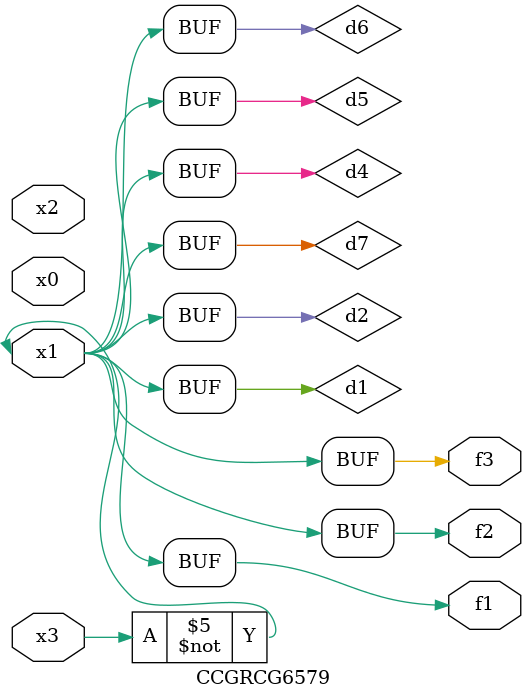
<source format=v>
module CCGRCG6579(
	input x0, x1, x2, x3,
	output f1, f2, f3
);

	wire d1, d2, d3, d4, d5, d6, d7;

	not (d1, x3);
	buf (d2, x1);
	xnor (d3, d1, d2);
	nor (d4, d1);
	buf (d5, d1, d2);
	buf (d6, d4, d5);
	nand (d7, d4);
	assign f1 = d6;
	assign f2 = d7;
	assign f3 = d6;
endmodule

</source>
